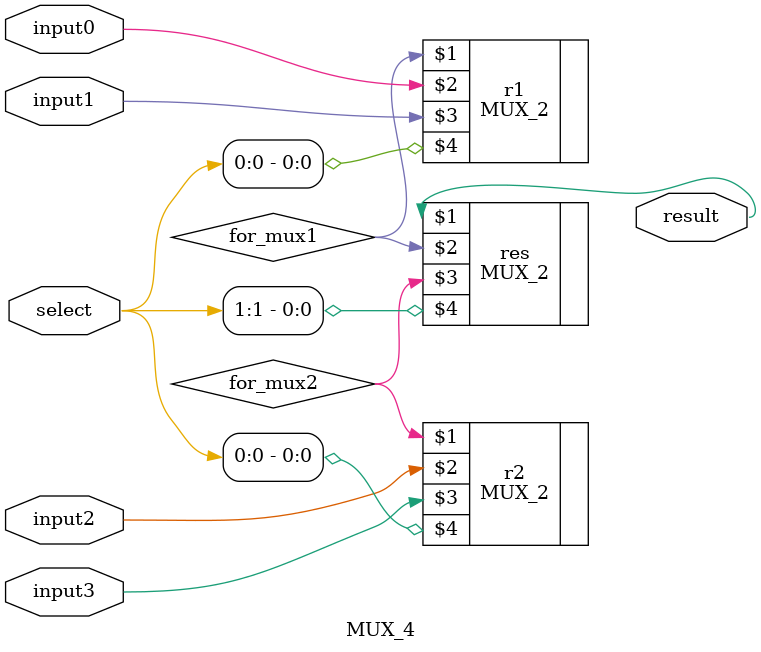
<source format=v>
module MUX_4(result, select, input0,input1,input2,input3 );
input input0,input1,input2,input3;
input [1:0] select;
output result;
wire for_mux1, for_mux2;

MUX_2 r1(for_mux1,input0,input1,select[0]);
MUX_2 r2(for_mux2,input2,input3,select[0]);
MUX_2 res(result,for_mux1,for_mux2,select[1]);

endmodule

</source>
